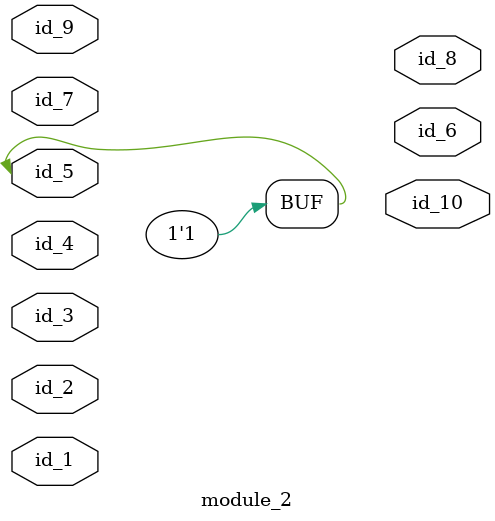
<source format=v>
module module_0;
  initial begin : LABEL_0
    id_1 <= id_1;
  end
endmodule
module module_1;
  assign id_1 = id_1 + 1;
  module_0 modCall_1 ();
  assign modCall_1.id_1 = 0;
endmodule
module module_2 (
    id_1,
    id_2,
    id_3,
    id_4,
    id_5,
    id_6,
    id_7,
    id_8,
    id_9,
    id_10
);
  output wire id_10;
  inout wire id_9;
  output wire id_8;
  input wire id_7;
  output wire id_6;
  inout wire id_5;
  inout wire id_4;
  input wire id_3;
  inout wire id_2;
  inout wire id_1;
  assign id_5 = 1;
  wire id_11;
  module_0 modCall_1 ();
endmodule

</source>
